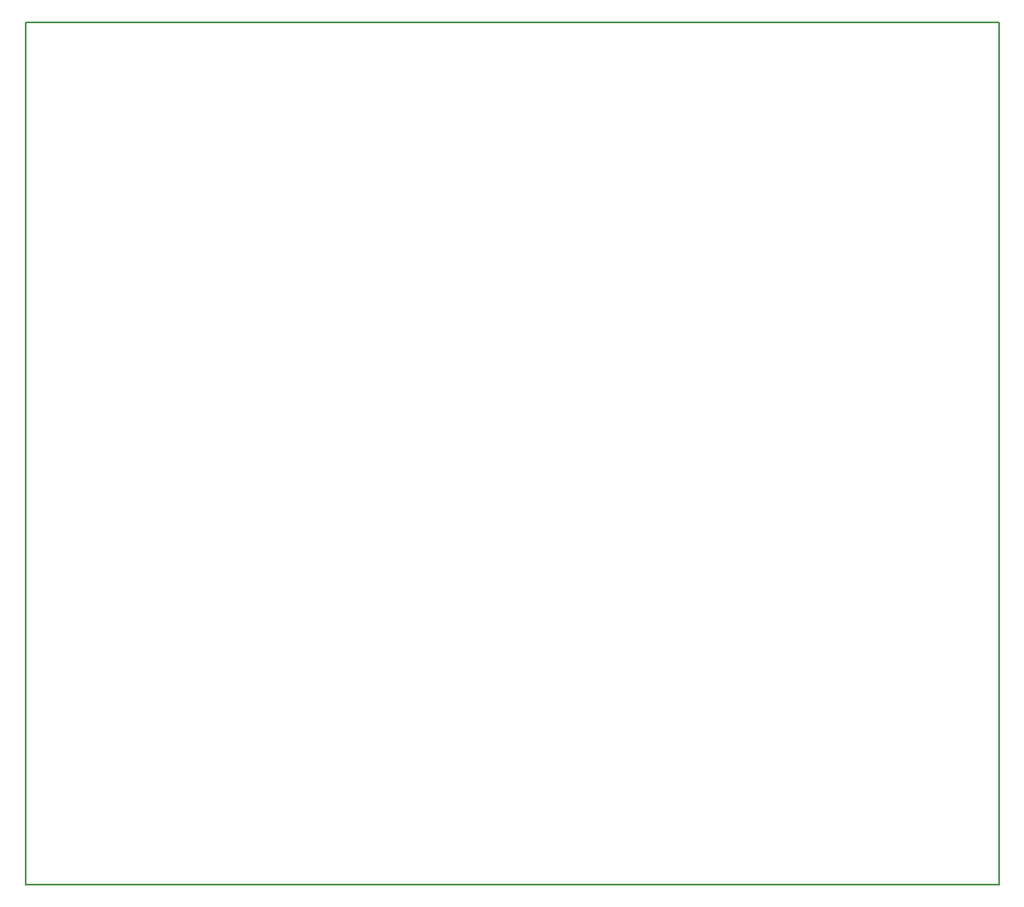
<source format=gbr>
G04 PROTEUS GERBER X2 FILE*
%TF.GenerationSoftware,Labcenter,Proteus,8.10-SP3-Build29560*%
%TF.CreationDate,2021-05-28T11:11:34+00:00*%
%TF.FileFunction,NonPlated,0,2,NPTH*%
%TF.FilePolarity,Positive*%
%TF.Part,Single*%
%TF.SameCoordinates,{0c21fc26-f907-4c27-8847-3eb6f3dc584d}*%
%FSLAX45Y45*%
%MOMM*%
G01*
%TA.AperFunction,Profile*%
%ADD14C,0.203200*%
%TD.AperFunction*%
D14*
X-14420000Y+3640000D02*
X-4480000Y+3640000D01*
X-4480000Y+12440000D01*
X-14420000Y+12440000D01*
X-14420000Y+3640000D01*
M02*

</source>
